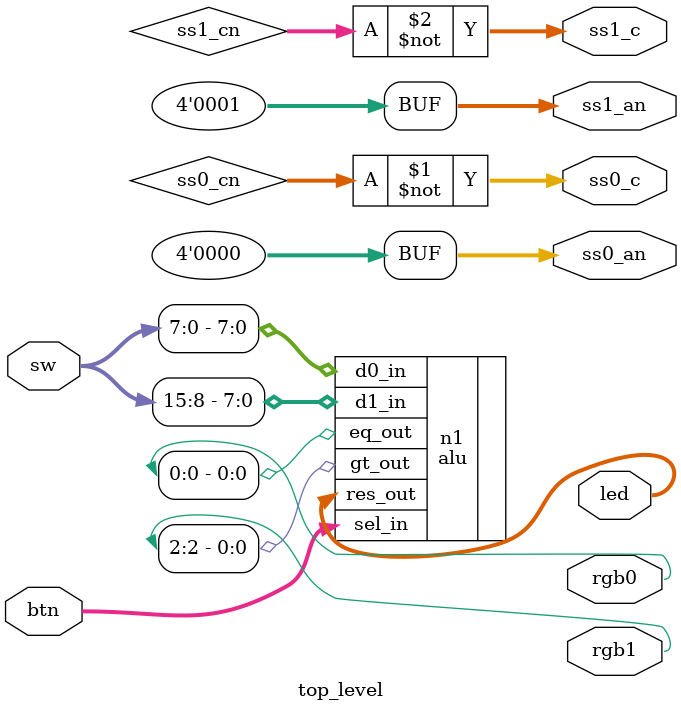
<source format=sv>
`timescale 1ns / 1ps
`default_nettype none // prevents system from inferring an undeclared logic (good practice)
 
module top_level(
  input wire [15:0] sw, //all 16 input slide switches
  input wire [3:0] btn, //all four momentary button switches
  output logic [15:0] led, //16 green output LEDs (located right above switches)
  output logic [2:0] rgb0, //RGB channels of RGB LED0
  output logic [2:0] rgb1, //RGB channels of RGB LED1
  output logic [3:0] ss0_an,//anode control for upper four digits of seven-seg display
  output logic [3:0] ss1_an,//anode control for lower four digits of seven-seg display
  output logic [6:0] ss0_c, //cathode controls for the segments of upper four digits
  output logic [6:0] ss1_c //cathod controls for the segments of lower four digits
  );
 
  logic [6:0] ss0_cn, ss1_cn; //used for inverting output signal
 
  // instantiate a alu module called 'n1' that controls the upper four 7-seg
  alu n1(
    .d0_in(sw[7:0]),
    .d1_in(sw[15:8]),
    .sel_in(btn),
    .res_out(led[15:0]),
    .gt_out(rgb1[2]),
    .eq_out(rgb0[0])
      );

  assign {ss0_an, ss1_an} = 8'h01; // all low (on). to turn off digits, set high
  assign ss0_c = ~ss0_cn; //the cathodes on the seven segment are active low, so invert
  assign ss1_c = ~ss1_cn; //same as above
 
  /* we'll use the LEDs later...for now, just link them to the switches
   * and force some lights on
   */
 
  // assign led = sw;
  // assign rgb0[0] = 1'b1; //red channel of RGB LED 0
  // assign rgb1[2] = 1'b1; //blue channel of RGB LED 1

 
endmodule // top_level
/* I usually add a comment to associate my endmodule line with the module name
 * this helps when if you have multiple module definitions in a file
 */
 
// reset the default net type to wire, sometimes other code expects this.
`default_nettype wire
</source>
